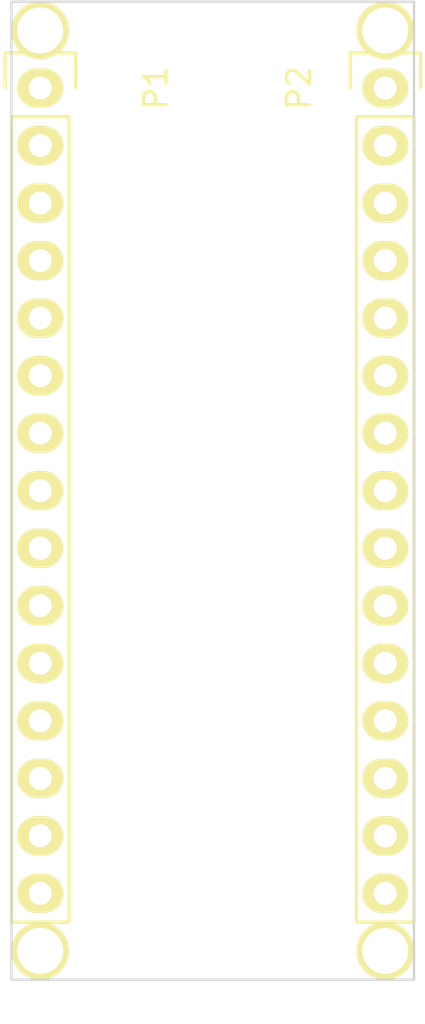
<source format=kicad_pcb>
(kicad_pcb (version 4) (host pcbnew "(2015-03-25 BZR 5536)-product")

  (general
    (links 2)
    (no_connects 2)
    (area -0.050001 -43.230001 17.830001 0.050001)
    (thickness 1.6)
    (drawings 19)
    (tracks 0)
    (zones 0)
    (modules 6)
    (nets 33)
  )

  (page A4)
  (title_block
    (date "jeu. 02 avril 2015")
  )

  (layers
    (0 F.Cu signal)
    (31 B.Cu signal)
    (32 B.Adhes user)
    (33 F.Adhes user)
    (34 B.Paste user)
    (35 F.Paste user)
    (36 B.SilkS user)
    (37 F.SilkS user)
    (38 B.Mask user)
    (39 F.Mask user)
    (40 Dwgs.User user)
    (41 Cmts.User user)
    (42 Eco1.User user)
    (43 Eco2.User user)
    (44 Edge.Cuts user)
    (45 Margin user)
    (46 B.CrtYd user)
    (47 F.CrtYd user)
    (48 B.Fab user)
    (49 F.Fab user)
  )

  (setup
    (last_trace_width 0.25)
    (trace_clearance 0.2)
    (zone_clearance 0.508)
    (zone_45_only no)
    (trace_min 0.2)
    (segment_width 0.15)
    (edge_width 0.1)
    (via_size 0.6)
    (via_drill 0.4)
    (via_min_size 0.4)
    (via_min_drill 0.3)
    (uvia_size 0.3)
    (uvia_drill 0.1)
    (uvias_allowed no)
    (uvia_min_size 0.2)
    (uvia_min_drill 0.1)
    (pcb_text_width 0.3)
    (pcb_text_size 1.5 1.5)
    (mod_edge_width 0.15)
    (mod_text_size 1 1)
    (mod_text_width 0.15)
    (pad_size 1.5 1.5)
    (pad_drill 0.6)
    (pad_to_mask_clearance 0)
    (aux_axis_origin 138.176 110.617)
    (visible_elements FFFFFF7F)
    (pcbplotparams
      (layerselection 0x00030_80000001)
      (usegerberextensions false)
      (excludeedgelayer true)
      (linewidth 0.100000)
      (plotframeref false)
      (viasonmask false)
      (mode 1)
      (useauxorigin false)
      (hpglpennumber 1)
      (hpglpenspeed 20)
      (hpglpendiameter 15)
      (hpglpenoverlay 2)
      (psnegative false)
      (psa4output false)
      (plotreference true)
      (plotvalue true)
      (plotinvisibletext false)
      (padsonsilk false)
      (subtractmaskfromsilk false)
      (outputformat 1)
      (mirror false)
      (drillshape 1)
      (scaleselection 1)
      (outputdirectory ""))
  )

  (net 0 "")
  (net 1 "/1(Tx)")
  (net 2 "/0(Rx)")
  (net 3 /Reset)
  (net 4 GND)
  (net 5 /2)
  (net 6 "/3(**)")
  (net 7 /4)
  (net 8 "/5(**)")
  (net 9 "/6(**)")
  (net 10 /7)
  (net 11 /8)
  (net 12 "/9(**)")
  (net 13 "/10(**/SS)")
  (net 14 "/11(**/MISO)")
  (net 15 "/12(MOSI)")
  (net 16 /Vin)
  (net 17 +5V)
  (net 18 /A7)
  (net 19 /A6)
  (net 20 /A5)
  (net 21 /A4)
  (net 22 /A3)
  (net 23 /A2)
  (net 24 /A1)
  (net 25 /A0)
  (net 26 /AREF)
  (net 27 +3.3V)
  (net 28 "/13(SCK)")
  (net 29 "Net-(P3-Pad1)")
  (net 30 "Net-(P4-Pad1)")
  (net 31 "Net-(P5-Pad1)")
  (net 32 "Net-(P6-Pad1)")

  (net_class Default "This is the default net class."
    (clearance 0.2)
    (trace_width 0.25)
    (via_dia 0.6)
    (via_drill 0.4)
    (uvia_dia 0.3)
    (uvia_drill 0.1)
    (add_net +3.3V)
    (add_net +5V)
    (add_net "/0(Rx)")
    (add_net "/1(Tx)")
    (add_net "/10(**/SS)")
    (add_net "/11(**/MISO)")
    (add_net "/12(MOSI)")
    (add_net "/13(SCK)")
    (add_net /2)
    (add_net "/3(**)")
    (add_net /4)
    (add_net "/5(**)")
    (add_net "/6(**)")
    (add_net /7)
    (add_net /8)
    (add_net "/9(**)")
    (add_net /A0)
    (add_net /A1)
    (add_net /A2)
    (add_net /A3)
    (add_net /A4)
    (add_net /A5)
    (add_net /A6)
    (add_net /A7)
    (add_net /AREF)
    (add_net /Reset)
    (add_net /Vin)
    (add_net GND)
    (add_net "Net-(P3-Pad1)")
    (add_net "Net-(P4-Pad1)")
    (add_net "Net-(P5-Pad1)")
    (add_net "Net-(P6-Pad1)")
  )

  (module Socket_Arduino_Nano:Socket_Strip_Arduino_1x15 (layer F.Cu) (tedit 551D9AAC) (tstamp 551DB1AE)
    (at 139.446 71.247 270)
    (descr "Through hole socket strip")
    (tags "socket strip")
    (path /551D9496)
    (fp_text reference P1 (at 0 -5.1 270) (layer F.SilkS)
      (effects (font (size 1 1) (thickness 0.15)))
    )
    (fp_text value Digital (at 0 -3.1 270) (layer F.Fab)
      (effects (font (size 1 1) (thickness 0.15)))
    )
    (fp_line (start -1.75 -1.75) (end -1.75 1.75) (layer F.CrtYd) (width 0.05))
    (fp_line (start 37.35 -1.75) (end 37.35 1.75) (layer F.CrtYd) (width 0.05))
    (fp_line (start -1.75 -1.75) (end 37.35 -1.75) (layer F.CrtYd) (width 0.05))
    (fp_line (start -1.75 1.75) (end 37.35 1.75) (layer F.CrtYd) (width 0.05))
    (fp_line (start 1.27 -1.27) (end 36.83 -1.27) (layer F.SilkS) (width 0.15))
    (fp_line (start 36.83 -1.27) (end 36.83 1.27) (layer F.SilkS) (width 0.15))
    (fp_line (start 36.83 1.27) (end 1.27 1.27) (layer F.SilkS) (width 0.15))
    (fp_line (start -1.55 1.55) (end 0 1.55) (layer F.SilkS) (width 0.15))
    (fp_line (start 1.27 1.27) (end 1.27 -1.27) (layer F.SilkS) (width 0.15))
    (fp_line (start 0 -1.55) (end -1.55 -1.55) (layer F.SilkS) (width 0.15))
    (fp_line (start -1.55 -1.55) (end -1.55 1.55) (layer F.SilkS) (width 0.15))
    (pad 1 thru_hole oval (at 0 0 270) (size 1.7272 2.032) (drill 1.016) (layers *.Cu *.Mask F.SilkS)
      (net 1 "/1(Tx)"))
    (pad 2 thru_hole oval (at 2.54 0 270) (size 1.7272 2.032) (drill 1.016) (layers *.Cu *.Mask F.SilkS)
      (net 2 "/0(Rx)"))
    (pad 3 thru_hole oval (at 5.08 0 270) (size 1.7272 2.032) (drill 1.016) (layers *.Cu *.Mask F.SilkS)
      (net 3 /Reset))
    (pad 4 thru_hole oval (at 7.62 0 270) (size 1.7272 2.032) (drill 1.016) (layers *.Cu *.Mask F.SilkS)
      (net 4 GND))
    (pad 5 thru_hole oval (at 10.16 0 270) (size 1.7272 2.032) (drill 1.016) (layers *.Cu *.Mask F.SilkS)
      (net 5 /2))
    (pad 6 thru_hole oval (at 12.7 0 270) (size 1.7272 2.032) (drill 1.016) (layers *.Cu *.Mask F.SilkS)
      (net 6 "/3(**)"))
    (pad 7 thru_hole oval (at 15.24 0 270) (size 1.7272 2.032) (drill 1.016) (layers *.Cu *.Mask F.SilkS)
      (net 7 /4))
    (pad 8 thru_hole oval (at 17.78 0 270) (size 1.7272 2.032) (drill 1.016) (layers *.Cu *.Mask F.SilkS)
      (net 8 "/5(**)"))
    (pad 9 thru_hole oval (at 20.32 0 270) (size 1.7272 2.032) (drill 1.016) (layers *.Cu *.Mask F.SilkS)
      (net 9 "/6(**)"))
    (pad 10 thru_hole oval (at 22.86 0 270) (size 1.7272 2.032) (drill 1.016) (layers *.Cu *.Mask F.SilkS)
      (net 10 /7))
    (pad 11 thru_hole oval (at 25.4 0 270) (size 1.7272 2.032) (drill 1.016) (layers *.Cu *.Mask F.SilkS)
      (net 11 /8))
    (pad 12 thru_hole oval (at 27.94 0 270) (size 1.7272 2.032) (drill 1.016) (layers *.Cu *.Mask F.SilkS)
      (net 12 "/9(**)"))
    (pad 13 thru_hole oval (at 30.48 0 270) (size 1.7272 2.032) (drill 1.016) (layers *.Cu *.Mask F.SilkS)
      (net 13 "/10(**/SS)"))
    (pad 14 thru_hole oval (at 33.02 0 270) (size 1.7272 2.032) (drill 1.016) (layers *.Cu *.Mask F.SilkS)
      (net 14 "/11(**/MISO)"))
    (pad 15 thru_hole oval (at 35.56 0 270) (size 1.7272 2.032) (drill 1.016) (layers *.Cu *.Mask F.SilkS)
      (net 15 "/12(MOSI)"))
    (model ${KIPRJMOD}/Socket_Arduino_Nano.3dshapes/Socket_header_Arduino_1x15.wrl
      (at (xyz 0.7 0 0))
      (scale (xyz 1 1 1))
      (rotate (xyz 0 0 180))
    )
  )

  (module Socket_Arduino_Nano:Socket_Strip_Arduino_1x15 (layer F.Cu) (tedit 551DB295) (tstamp 551DB1CC)
    (at 154.686 71.247 270)
    (descr "Through hole socket strip")
    (tags "socket strip")
    (path /551D94EF)
    (fp_text reference P2 (at 0 3.81 270) (layer F.SilkS)
      (effects (font (size 1 1) (thickness 0.15)))
    )
    (fp_text value Analog (at 0 2.54 270) (layer F.Fab)
      (effects (font (size 1 1) (thickness 0.15)))
    )
    (fp_line (start -1.75 -1.75) (end -1.75 1.75) (layer F.CrtYd) (width 0.05))
    (fp_line (start 37.35 -1.75) (end 37.35 1.75) (layer F.CrtYd) (width 0.05))
    (fp_line (start -1.75 -1.75) (end 37.35 -1.75) (layer F.CrtYd) (width 0.05))
    (fp_line (start -1.75 1.75) (end 37.35 1.75) (layer F.CrtYd) (width 0.05))
    (fp_line (start 1.27 -1.27) (end 36.83 -1.27) (layer F.SilkS) (width 0.15))
    (fp_line (start 36.83 -1.27) (end 36.83 1.27) (layer F.SilkS) (width 0.15))
    (fp_line (start 36.83 1.27) (end 1.27 1.27) (layer F.SilkS) (width 0.15))
    (fp_line (start -1.55 1.55) (end 0 1.55) (layer F.SilkS) (width 0.15))
    (fp_line (start 1.27 1.27) (end 1.27 -1.27) (layer F.SilkS) (width 0.15))
    (fp_line (start 0 -1.55) (end -1.55 -1.55) (layer F.SilkS) (width 0.15))
    (fp_line (start -1.55 -1.55) (end -1.55 1.55) (layer F.SilkS) (width 0.15))
    (pad 1 thru_hole oval (at 0 0 270) (size 1.7272 2.032) (drill 1.016) (layers *.Cu *.Mask F.SilkS)
      (net 16 /Vin))
    (pad 2 thru_hole oval (at 2.54 0 270) (size 1.7272 2.032) (drill 1.016) (layers *.Cu *.Mask F.SilkS)
      (net 4 GND))
    (pad 3 thru_hole oval (at 5.08 0 270) (size 1.7272 2.032) (drill 1.016) (layers *.Cu *.Mask F.SilkS)
      (net 3 /Reset))
    (pad 4 thru_hole oval (at 7.62 0 270) (size 1.7272 2.032) (drill 1.016) (layers *.Cu *.Mask F.SilkS)
      (net 17 +5V))
    (pad 5 thru_hole oval (at 10.16 0 270) (size 1.7272 2.032) (drill 1.016) (layers *.Cu *.Mask F.SilkS)
      (net 18 /A7))
    (pad 6 thru_hole oval (at 12.7 0 270) (size 1.7272 2.032) (drill 1.016) (layers *.Cu *.Mask F.SilkS)
      (net 19 /A6))
    (pad 7 thru_hole oval (at 15.24 0 270) (size 1.7272 2.032) (drill 1.016) (layers *.Cu *.Mask F.SilkS)
      (net 20 /A5))
    (pad 8 thru_hole oval (at 17.78 0 270) (size 1.7272 2.032) (drill 1.016) (layers *.Cu *.Mask F.SilkS)
      (net 21 /A4))
    (pad 9 thru_hole oval (at 20.32 0 270) (size 1.7272 2.032) (drill 1.016) (layers *.Cu *.Mask F.SilkS)
      (net 22 /A3))
    (pad 10 thru_hole oval (at 22.86 0 270) (size 1.7272 2.032) (drill 1.016) (layers *.Cu *.Mask F.SilkS)
      (net 23 /A2))
    (pad 11 thru_hole oval (at 25.4 0 270) (size 1.7272 2.032) (drill 1.016) (layers *.Cu *.Mask F.SilkS)
      (net 24 /A1))
    (pad 12 thru_hole oval (at 27.94 0 270) (size 1.7272 2.032) (drill 1.016) (layers *.Cu *.Mask F.SilkS)
      (net 25 /A0))
    (pad 13 thru_hole oval (at 30.48 0 270) (size 1.7272 2.032) (drill 1.016) (layers *.Cu *.Mask F.SilkS)
      (net 26 /AREF))
    (pad 14 thru_hole oval (at 33.02 0 270) (size 1.7272 2.032) (drill 1.016) (layers *.Cu *.Mask F.SilkS)
      (net 27 +3.3V))
    (pad 15 thru_hole oval (at 35.56 0 270) (size 1.7272 2.032) (drill 1.016) (layers *.Cu *.Mask F.SilkS)
      (net 28 "/13(SCK)"))
    (model ${KIPRJMOD}/Socket_Arduino_Nano.3dshapes/Socket_header_Arduino_1x15.wrl
      (at (xyz 0.7 0 0))
      (scale (xyz 1 1 1))
      (rotate (xyz 0 0 180))
    )
  )

  (module Socket_Arduino_Nano:1pin_Nano (layer F.Cu) (tedit 551DB1EE) (tstamp 551DB1D1)
    (at 139.446 68.707)
    (descr "module 1 pin (ou trou mecanique de percage)")
    (tags DEV)
    (path /551D9380)
    (fp_text reference P3 (at 0 -2.032) (layer F.SilkS) hide
      (effects (font (size 1 1) (thickness 0.15)))
    )
    (fp_text value CONN_1 (at 0 2.032) (layer F.Fab) hide
      (effects (font (size 1 1) (thickness 0.15)))
    )
    (pad 1 thru_hole circle (at 0 0) (size 2.54 2.54) (drill 2.032) (layers *.Cu *.Mask F.SilkS)
      (net 29 "Net-(P3-Pad1)"))
  )

  (module Socket_Arduino_Nano:1pin_Nano (layer F.Cu) (tedit 551DB1F7) (tstamp 551DB1D6)
    (at 139.446 109.347)
    (descr "module 1 pin (ou trou mecanique de percage)")
    (tags DEV)
    (path /551D9414)
    (fp_text reference P4 (at 0 -2.032) (layer F.SilkS) hide
      (effects (font (size 1 1) (thickness 0.15)))
    )
    (fp_text value CONN_1 (at 0 2.032) (layer F.Fab) hide
      (effects (font (size 1 1) (thickness 0.15)))
    )
    (pad 1 thru_hole circle (at 0 0) (size 2.54 2.54) (drill 2.032) (layers *.Cu *.Mask F.SilkS)
      (net 30 "Net-(P4-Pad1)"))
  )

  (module Socket_Arduino_Nano:1pin_Nano (layer F.Cu) (tedit 551DB239) (tstamp 551DB1DB)
    (at 154.686 109.347)
    (descr "module 1 pin (ou trou mecanique de percage)")
    (tags DEV)
    (path /551D9432)
    (fp_text reference P5 (at 0 -2.032) (layer F.SilkS) hide
      (effects (font (size 1 1) (thickness 0.15)))
    )
    (fp_text value CONN_1 (at 0 2.032) (layer F.Fab) hide
      (effects (font (size 1 1) (thickness 0.15)))
    )
    (pad 1 thru_hole circle (at 0 0) (size 2.54 2.54) (drill 2.032) (layers *.Cu *.Mask F.SilkS)
      (net 31 "Net-(P5-Pad1)"))
  )

  (module Socket_Arduino_Nano:1pin_Nano (layer F.Cu) (tedit 551DB231) (tstamp 551DB1E0)
    (at 154.686 68.707)
    (descr "module 1 pin (ou trou mecanique de percage)")
    (tags DEV)
    (path /551D9466)
    (fp_text reference P6 (at 0 -2.032) (layer F.SilkS) hide
      (effects (font (size 1 1) (thickness 0.15)))
    )
    (fp_text value CONN_1 (at 0 2.032) (layer F.Fab) hide
      (effects (font (size 1 1) (thickness 0.15)))
    )
    (pad 1 thru_hole circle (at 0 0) (size 2.54 2.54) (drill 2.032) (layers *.Cu *.Mask F.SilkS)
      (net 32 "Net-(P6-Pad1)"))
  )

  (gr_line (start 150.622 112.522) (end 150.622 110.617) (angle 90) (layer Dwgs.User) (width 0.15))
  (gr_line (start 150.622 102.997) (end 150.622 110.617) (angle 90) (layer Dwgs.User) (width 0.15))
  (gr_line (start 143.51 102.997) (end 150.622 102.997) (angle 90) (layer Dwgs.User) (width 0.15))
  (gr_line (start 143.51 110.617) (end 143.51 102.997) (angle 90) (layer Dwgs.User) (width 0.15))
  (gr_line (start 143.51 112.522) (end 150.622 112.522) (angle 90) (layer Dwgs.User) (width 0.15))
  (gr_line (start 143.51 110.617) (end 143.51 112.522) (angle 90) (layer Dwgs.User) (width 0.15))
  (gr_line (start 145.542 87.757) (end 145.542 85.217) (angle 90) (layer Dwgs.User) (width 0.15))
  (gr_line (start 149.479 87.757) (end 145.542 87.757) (angle 90) (layer Dwgs.User) (width 0.15))
  (gr_line (start 149.479 85.217) (end 149.479 87.757) (angle 90) (layer Dwgs.User) (width 0.15))
  (gr_line (start 145.542 85.217) (end 149.479 85.217) (angle 90) (layer Dwgs.User) (width 0.15))
  (gr_circle (center 147.574 86.487) (end 146.812 86.487) (layer Dwgs.User) (width 0.15))
  (gr_line (start 150.876 67.437) (end 143.256 67.437) (angle 90) (layer Dwgs.User) (width 0.15))
  (gr_line (start 150.876 72.517) (end 150.876 67.437) (angle 90) (layer Dwgs.User) (width 0.15))
  (gr_line (start 143.256 72.517) (end 150.876 72.517) (angle 90) (layer Dwgs.User) (width 0.15))
  (gr_line (start 143.256 67.437) (end 143.256 72.517) (angle 90) (layer Dwgs.User) (width 0.15))
  (gr_line (start 138.176 67.437) (end 138.176 110.617) (angle 90) (layer Edge.Cuts) (width 0.1))
  (gr_line (start 155.956 67.437) (end 138.176 67.437) (angle 90) (layer Edge.Cuts) (width 0.1))
  (gr_line (start 155.956 110.617) (end 155.956 67.437) (angle 90) (layer Edge.Cuts) (width 0.1))
  (gr_line (start 138.176 110.617) (end 155.956 110.617) (angle 90) (layer Edge.Cuts) (width 0.1))

)

</source>
